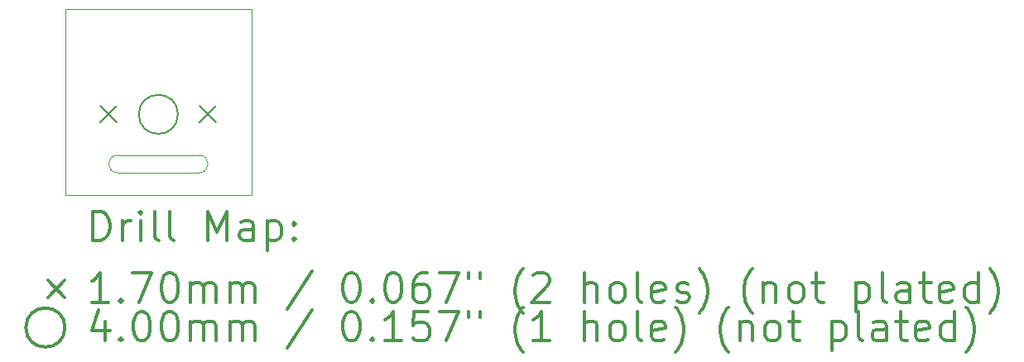
<source format=gbr>
%FSLAX45Y45*%
G04 Gerber Fmt 4.5, Leading zero omitted, Abs format (unit mm)*
G04 Created by KiCad (PCBNEW (5.1.9)-1) date 2021-09-16 08:42:30*
%MOMM*%
%LPD*%
G01*
G04 APERTURE LIST*
%TA.AperFunction,Profile*%
%ADD10C,0.050000*%
%TD*%
%ADD11C,0.200000*%
%ADD12C,0.300000*%
G04 APERTURE END LIST*
D10*
X27470100Y-12230100D02*
G75*
G02*
X27470100Y-12407900I0J-88900D01*
G01*
X26631900Y-12407900D02*
G75*
G02*
X26631900Y-12230100I0J88900D01*
G01*
X27470100Y-12407900D02*
X26631900Y-12407900D01*
X27470100Y-12230100D02*
X26631900Y-12230100D01*
X28003500Y-12636500D02*
X26098500Y-12636500D01*
X28003500Y-10731500D02*
X26098500Y-10731500D01*
X28003500Y-10731500D02*
X28003500Y-12636500D01*
X26098500Y-10731500D02*
X26098500Y-12636500D01*
D11*
X26458000Y-11726000D02*
X26628000Y-11896000D01*
X26628000Y-11726000D02*
X26458000Y-11896000D01*
X27474000Y-11726000D02*
X27644000Y-11896000D01*
X27644000Y-11726000D02*
X27474000Y-11896000D01*
X27251000Y-11811000D02*
G75*
G03*
X27251000Y-11811000I-200000J0D01*
G01*
D12*
X26382428Y-13104714D02*
X26382428Y-12804714D01*
X26453857Y-12804714D01*
X26496714Y-12819000D01*
X26525286Y-12847571D01*
X26539571Y-12876143D01*
X26553857Y-12933286D01*
X26553857Y-12976143D01*
X26539571Y-13033286D01*
X26525286Y-13061857D01*
X26496714Y-13090429D01*
X26453857Y-13104714D01*
X26382428Y-13104714D01*
X26682428Y-13104714D02*
X26682428Y-12904714D01*
X26682428Y-12961857D02*
X26696714Y-12933286D01*
X26711000Y-12919000D01*
X26739571Y-12904714D01*
X26768143Y-12904714D01*
X26868143Y-13104714D02*
X26868143Y-12904714D01*
X26868143Y-12804714D02*
X26853857Y-12819000D01*
X26868143Y-12833286D01*
X26882428Y-12819000D01*
X26868143Y-12804714D01*
X26868143Y-12833286D01*
X27053857Y-13104714D02*
X27025286Y-13090429D01*
X27011000Y-13061857D01*
X27011000Y-12804714D01*
X27211000Y-13104714D02*
X27182428Y-13090429D01*
X27168143Y-13061857D01*
X27168143Y-12804714D01*
X27553857Y-13104714D02*
X27553857Y-12804714D01*
X27653857Y-13019000D01*
X27753857Y-12804714D01*
X27753857Y-13104714D01*
X28025286Y-13104714D02*
X28025286Y-12947571D01*
X28011000Y-12919000D01*
X27982428Y-12904714D01*
X27925286Y-12904714D01*
X27896714Y-12919000D01*
X28025286Y-13090429D02*
X27996714Y-13104714D01*
X27925286Y-13104714D01*
X27896714Y-13090429D01*
X27882428Y-13061857D01*
X27882428Y-13033286D01*
X27896714Y-13004714D01*
X27925286Y-12990429D01*
X27996714Y-12990429D01*
X28025286Y-12976143D01*
X28168143Y-12904714D02*
X28168143Y-13204714D01*
X28168143Y-12919000D02*
X28196714Y-12904714D01*
X28253857Y-12904714D01*
X28282428Y-12919000D01*
X28296714Y-12933286D01*
X28311000Y-12961857D01*
X28311000Y-13047571D01*
X28296714Y-13076143D01*
X28282428Y-13090429D01*
X28253857Y-13104714D01*
X28196714Y-13104714D01*
X28168143Y-13090429D01*
X28439571Y-13076143D02*
X28453857Y-13090429D01*
X28439571Y-13104714D01*
X28425286Y-13090429D01*
X28439571Y-13076143D01*
X28439571Y-13104714D01*
X28439571Y-12919000D02*
X28453857Y-12933286D01*
X28439571Y-12947571D01*
X28425286Y-12933286D01*
X28439571Y-12919000D01*
X28439571Y-12947571D01*
X25926000Y-13514000D02*
X26096000Y-13684000D01*
X26096000Y-13514000D02*
X25926000Y-13684000D01*
X26539571Y-13734714D02*
X26368143Y-13734714D01*
X26453857Y-13734714D02*
X26453857Y-13434714D01*
X26425286Y-13477571D01*
X26396714Y-13506143D01*
X26368143Y-13520429D01*
X26668143Y-13706143D02*
X26682428Y-13720429D01*
X26668143Y-13734714D01*
X26653857Y-13720429D01*
X26668143Y-13706143D01*
X26668143Y-13734714D01*
X26782428Y-13434714D02*
X26982428Y-13434714D01*
X26853857Y-13734714D01*
X27153857Y-13434714D02*
X27182428Y-13434714D01*
X27211000Y-13449000D01*
X27225286Y-13463286D01*
X27239571Y-13491857D01*
X27253857Y-13549000D01*
X27253857Y-13620429D01*
X27239571Y-13677571D01*
X27225286Y-13706143D01*
X27211000Y-13720429D01*
X27182428Y-13734714D01*
X27153857Y-13734714D01*
X27125286Y-13720429D01*
X27111000Y-13706143D01*
X27096714Y-13677571D01*
X27082428Y-13620429D01*
X27082428Y-13549000D01*
X27096714Y-13491857D01*
X27111000Y-13463286D01*
X27125286Y-13449000D01*
X27153857Y-13434714D01*
X27382428Y-13734714D02*
X27382428Y-13534714D01*
X27382428Y-13563286D02*
X27396714Y-13549000D01*
X27425286Y-13534714D01*
X27468143Y-13534714D01*
X27496714Y-13549000D01*
X27511000Y-13577571D01*
X27511000Y-13734714D01*
X27511000Y-13577571D02*
X27525286Y-13549000D01*
X27553857Y-13534714D01*
X27596714Y-13534714D01*
X27625286Y-13549000D01*
X27639571Y-13577571D01*
X27639571Y-13734714D01*
X27782428Y-13734714D02*
X27782428Y-13534714D01*
X27782428Y-13563286D02*
X27796714Y-13549000D01*
X27825286Y-13534714D01*
X27868143Y-13534714D01*
X27896714Y-13549000D01*
X27911000Y-13577571D01*
X27911000Y-13734714D01*
X27911000Y-13577571D02*
X27925286Y-13549000D01*
X27953857Y-13534714D01*
X27996714Y-13534714D01*
X28025286Y-13549000D01*
X28039571Y-13577571D01*
X28039571Y-13734714D01*
X28625286Y-13420429D02*
X28368143Y-13806143D01*
X29011000Y-13434714D02*
X29039571Y-13434714D01*
X29068143Y-13449000D01*
X29082428Y-13463286D01*
X29096714Y-13491857D01*
X29111000Y-13549000D01*
X29111000Y-13620429D01*
X29096714Y-13677571D01*
X29082428Y-13706143D01*
X29068143Y-13720429D01*
X29039571Y-13734714D01*
X29011000Y-13734714D01*
X28982428Y-13720429D01*
X28968143Y-13706143D01*
X28953857Y-13677571D01*
X28939571Y-13620429D01*
X28939571Y-13549000D01*
X28953857Y-13491857D01*
X28968143Y-13463286D01*
X28982428Y-13449000D01*
X29011000Y-13434714D01*
X29239571Y-13706143D02*
X29253857Y-13720429D01*
X29239571Y-13734714D01*
X29225286Y-13720429D01*
X29239571Y-13706143D01*
X29239571Y-13734714D01*
X29439571Y-13434714D02*
X29468143Y-13434714D01*
X29496714Y-13449000D01*
X29511000Y-13463286D01*
X29525286Y-13491857D01*
X29539571Y-13549000D01*
X29539571Y-13620429D01*
X29525286Y-13677571D01*
X29511000Y-13706143D01*
X29496714Y-13720429D01*
X29468143Y-13734714D01*
X29439571Y-13734714D01*
X29411000Y-13720429D01*
X29396714Y-13706143D01*
X29382428Y-13677571D01*
X29368143Y-13620429D01*
X29368143Y-13549000D01*
X29382428Y-13491857D01*
X29396714Y-13463286D01*
X29411000Y-13449000D01*
X29439571Y-13434714D01*
X29796714Y-13434714D02*
X29739571Y-13434714D01*
X29711000Y-13449000D01*
X29696714Y-13463286D01*
X29668143Y-13506143D01*
X29653857Y-13563286D01*
X29653857Y-13677571D01*
X29668143Y-13706143D01*
X29682428Y-13720429D01*
X29711000Y-13734714D01*
X29768143Y-13734714D01*
X29796714Y-13720429D01*
X29811000Y-13706143D01*
X29825286Y-13677571D01*
X29825286Y-13606143D01*
X29811000Y-13577571D01*
X29796714Y-13563286D01*
X29768143Y-13549000D01*
X29711000Y-13549000D01*
X29682428Y-13563286D01*
X29668143Y-13577571D01*
X29653857Y-13606143D01*
X29925286Y-13434714D02*
X30125286Y-13434714D01*
X29996714Y-13734714D01*
X30225286Y-13434714D02*
X30225286Y-13491857D01*
X30339571Y-13434714D02*
X30339571Y-13491857D01*
X30782428Y-13849000D02*
X30768143Y-13834714D01*
X30739571Y-13791857D01*
X30725286Y-13763286D01*
X30711000Y-13720429D01*
X30696714Y-13649000D01*
X30696714Y-13591857D01*
X30711000Y-13520429D01*
X30725286Y-13477571D01*
X30739571Y-13449000D01*
X30768143Y-13406143D01*
X30782428Y-13391857D01*
X30882428Y-13463286D02*
X30896714Y-13449000D01*
X30925286Y-13434714D01*
X30996714Y-13434714D01*
X31025286Y-13449000D01*
X31039571Y-13463286D01*
X31053857Y-13491857D01*
X31053857Y-13520429D01*
X31039571Y-13563286D01*
X30868143Y-13734714D01*
X31053857Y-13734714D01*
X31411000Y-13734714D02*
X31411000Y-13434714D01*
X31539571Y-13734714D02*
X31539571Y-13577571D01*
X31525286Y-13549000D01*
X31496714Y-13534714D01*
X31453857Y-13534714D01*
X31425286Y-13549000D01*
X31411000Y-13563286D01*
X31725286Y-13734714D02*
X31696714Y-13720429D01*
X31682428Y-13706143D01*
X31668143Y-13677571D01*
X31668143Y-13591857D01*
X31682428Y-13563286D01*
X31696714Y-13549000D01*
X31725286Y-13534714D01*
X31768143Y-13534714D01*
X31796714Y-13549000D01*
X31811000Y-13563286D01*
X31825286Y-13591857D01*
X31825286Y-13677571D01*
X31811000Y-13706143D01*
X31796714Y-13720429D01*
X31768143Y-13734714D01*
X31725286Y-13734714D01*
X31996714Y-13734714D02*
X31968143Y-13720429D01*
X31953857Y-13691857D01*
X31953857Y-13434714D01*
X32225286Y-13720429D02*
X32196714Y-13734714D01*
X32139571Y-13734714D01*
X32111000Y-13720429D01*
X32096714Y-13691857D01*
X32096714Y-13577571D01*
X32111000Y-13549000D01*
X32139571Y-13534714D01*
X32196714Y-13534714D01*
X32225286Y-13549000D01*
X32239571Y-13577571D01*
X32239571Y-13606143D01*
X32096714Y-13634714D01*
X32353857Y-13720429D02*
X32382428Y-13734714D01*
X32439571Y-13734714D01*
X32468143Y-13720429D01*
X32482428Y-13691857D01*
X32482428Y-13677571D01*
X32468143Y-13649000D01*
X32439571Y-13634714D01*
X32396714Y-13634714D01*
X32368143Y-13620429D01*
X32353857Y-13591857D01*
X32353857Y-13577571D01*
X32368143Y-13549000D01*
X32396714Y-13534714D01*
X32439571Y-13534714D01*
X32468143Y-13549000D01*
X32582428Y-13849000D02*
X32596714Y-13834714D01*
X32625286Y-13791857D01*
X32639571Y-13763286D01*
X32653857Y-13720429D01*
X32668143Y-13649000D01*
X32668143Y-13591857D01*
X32653857Y-13520429D01*
X32639571Y-13477571D01*
X32625286Y-13449000D01*
X32596714Y-13406143D01*
X32582428Y-13391857D01*
X33125286Y-13849000D02*
X33111000Y-13834714D01*
X33082428Y-13791857D01*
X33068143Y-13763286D01*
X33053857Y-13720429D01*
X33039571Y-13649000D01*
X33039571Y-13591857D01*
X33053857Y-13520429D01*
X33068143Y-13477571D01*
X33082428Y-13449000D01*
X33111000Y-13406143D01*
X33125286Y-13391857D01*
X33239571Y-13534714D02*
X33239571Y-13734714D01*
X33239571Y-13563286D02*
X33253857Y-13549000D01*
X33282428Y-13534714D01*
X33325286Y-13534714D01*
X33353857Y-13549000D01*
X33368143Y-13577571D01*
X33368143Y-13734714D01*
X33553857Y-13734714D02*
X33525286Y-13720429D01*
X33511000Y-13706143D01*
X33496714Y-13677571D01*
X33496714Y-13591857D01*
X33511000Y-13563286D01*
X33525286Y-13549000D01*
X33553857Y-13534714D01*
X33596714Y-13534714D01*
X33625286Y-13549000D01*
X33639571Y-13563286D01*
X33653857Y-13591857D01*
X33653857Y-13677571D01*
X33639571Y-13706143D01*
X33625286Y-13720429D01*
X33596714Y-13734714D01*
X33553857Y-13734714D01*
X33739571Y-13534714D02*
X33853857Y-13534714D01*
X33782428Y-13434714D02*
X33782428Y-13691857D01*
X33796714Y-13720429D01*
X33825286Y-13734714D01*
X33853857Y-13734714D01*
X34182428Y-13534714D02*
X34182428Y-13834714D01*
X34182428Y-13549000D02*
X34211000Y-13534714D01*
X34268143Y-13534714D01*
X34296714Y-13549000D01*
X34311000Y-13563286D01*
X34325286Y-13591857D01*
X34325286Y-13677571D01*
X34311000Y-13706143D01*
X34296714Y-13720429D01*
X34268143Y-13734714D01*
X34211000Y-13734714D01*
X34182428Y-13720429D01*
X34496714Y-13734714D02*
X34468143Y-13720429D01*
X34453857Y-13691857D01*
X34453857Y-13434714D01*
X34739571Y-13734714D02*
X34739571Y-13577571D01*
X34725286Y-13549000D01*
X34696714Y-13534714D01*
X34639571Y-13534714D01*
X34611000Y-13549000D01*
X34739571Y-13720429D02*
X34711000Y-13734714D01*
X34639571Y-13734714D01*
X34611000Y-13720429D01*
X34596714Y-13691857D01*
X34596714Y-13663286D01*
X34611000Y-13634714D01*
X34639571Y-13620429D01*
X34711000Y-13620429D01*
X34739571Y-13606143D01*
X34839571Y-13534714D02*
X34953857Y-13534714D01*
X34882428Y-13434714D02*
X34882428Y-13691857D01*
X34896714Y-13720429D01*
X34925286Y-13734714D01*
X34953857Y-13734714D01*
X35168143Y-13720429D02*
X35139571Y-13734714D01*
X35082428Y-13734714D01*
X35053857Y-13720429D01*
X35039571Y-13691857D01*
X35039571Y-13577571D01*
X35053857Y-13549000D01*
X35082428Y-13534714D01*
X35139571Y-13534714D01*
X35168143Y-13549000D01*
X35182428Y-13577571D01*
X35182428Y-13606143D01*
X35039571Y-13634714D01*
X35439571Y-13734714D02*
X35439571Y-13434714D01*
X35439571Y-13720429D02*
X35411000Y-13734714D01*
X35353857Y-13734714D01*
X35325286Y-13720429D01*
X35311000Y-13706143D01*
X35296714Y-13677571D01*
X35296714Y-13591857D01*
X35311000Y-13563286D01*
X35325286Y-13549000D01*
X35353857Y-13534714D01*
X35411000Y-13534714D01*
X35439571Y-13549000D01*
X35553857Y-13849000D02*
X35568143Y-13834714D01*
X35596714Y-13791857D01*
X35611000Y-13763286D01*
X35625286Y-13720429D01*
X35639571Y-13649000D01*
X35639571Y-13591857D01*
X35625286Y-13520429D01*
X35611000Y-13477571D01*
X35596714Y-13449000D01*
X35568143Y-13406143D01*
X35553857Y-13391857D01*
X26096000Y-13995000D02*
G75*
G03*
X26096000Y-13995000I-200000J0D01*
G01*
X26511000Y-13930714D02*
X26511000Y-14130714D01*
X26439571Y-13816429D02*
X26368143Y-14030714D01*
X26553857Y-14030714D01*
X26668143Y-14102143D02*
X26682428Y-14116429D01*
X26668143Y-14130714D01*
X26653857Y-14116429D01*
X26668143Y-14102143D01*
X26668143Y-14130714D01*
X26868143Y-13830714D02*
X26896714Y-13830714D01*
X26925286Y-13845000D01*
X26939571Y-13859286D01*
X26953857Y-13887857D01*
X26968143Y-13945000D01*
X26968143Y-14016429D01*
X26953857Y-14073571D01*
X26939571Y-14102143D01*
X26925286Y-14116429D01*
X26896714Y-14130714D01*
X26868143Y-14130714D01*
X26839571Y-14116429D01*
X26825286Y-14102143D01*
X26811000Y-14073571D01*
X26796714Y-14016429D01*
X26796714Y-13945000D01*
X26811000Y-13887857D01*
X26825286Y-13859286D01*
X26839571Y-13845000D01*
X26868143Y-13830714D01*
X27153857Y-13830714D02*
X27182428Y-13830714D01*
X27211000Y-13845000D01*
X27225286Y-13859286D01*
X27239571Y-13887857D01*
X27253857Y-13945000D01*
X27253857Y-14016429D01*
X27239571Y-14073571D01*
X27225286Y-14102143D01*
X27211000Y-14116429D01*
X27182428Y-14130714D01*
X27153857Y-14130714D01*
X27125286Y-14116429D01*
X27111000Y-14102143D01*
X27096714Y-14073571D01*
X27082428Y-14016429D01*
X27082428Y-13945000D01*
X27096714Y-13887857D01*
X27111000Y-13859286D01*
X27125286Y-13845000D01*
X27153857Y-13830714D01*
X27382428Y-14130714D02*
X27382428Y-13930714D01*
X27382428Y-13959286D02*
X27396714Y-13945000D01*
X27425286Y-13930714D01*
X27468143Y-13930714D01*
X27496714Y-13945000D01*
X27511000Y-13973571D01*
X27511000Y-14130714D01*
X27511000Y-13973571D02*
X27525286Y-13945000D01*
X27553857Y-13930714D01*
X27596714Y-13930714D01*
X27625286Y-13945000D01*
X27639571Y-13973571D01*
X27639571Y-14130714D01*
X27782428Y-14130714D02*
X27782428Y-13930714D01*
X27782428Y-13959286D02*
X27796714Y-13945000D01*
X27825286Y-13930714D01*
X27868143Y-13930714D01*
X27896714Y-13945000D01*
X27911000Y-13973571D01*
X27911000Y-14130714D01*
X27911000Y-13973571D02*
X27925286Y-13945000D01*
X27953857Y-13930714D01*
X27996714Y-13930714D01*
X28025286Y-13945000D01*
X28039571Y-13973571D01*
X28039571Y-14130714D01*
X28625286Y-13816429D02*
X28368143Y-14202143D01*
X29011000Y-13830714D02*
X29039571Y-13830714D01*
X29068143Y-13845000D01*
X29082428Y-13859286D01*
X29096714Y-13887857D01*
X29111000Y-13945000D01*
X29111000Y-14016429D01*
X29096714Y-14073571D01*
X29082428Y-14102143D01*
X29068143Y-14116429D01*
X29039571Y-14130714D01*
X29011000Y-14130714D01*
X28982428Y-14116429D01*
X28968143Y-14102143D01*
X28953857Y-14073571D01*
X28939571Y-14016429D01*
X28939571Y-13945000D01*
X28953857Y-13887857D01*
X28968143Y-13859286D01*
X28982428Y-13845000D01*
X29011000Y-13830714D01*
X29239571Y-14102143D02*
X29253857Y-14116429D01*
X29239571Y-14130714D01*
X29225286Y-14116429D01*
X29239571Y-14102143D01*
X29239571Y-14130714D01*
X29539571Y-14130714D02*
X29368143Y-14130714D01*
X29453857Y-14130714D02*
X29453857Y-13830714D01*
X29425286Y-13873571D01*
X29396714Y-13902143D01*
X29368143Y-13916429D01*
X29811000Y-13830714D02*
X29668143Y-13830714D01*
X29653857Y-13973571D01*
X29668143Y-13959286D01*
X29696714Y-13945000D01*
X29768143Y-13945000D01*
X29796714Y-13959286D01*
X29811000Y-13973571D01*
X29825286Y-14002143D01*
X29825286Y-14073571D01*
X29811000Y-14102143D01*
X29796714Y-14116429D01*
X29768143Y-14130714D01*
X29696714Y-14130714D01*
X29668143Y-14116429D01*
X29653857Y-14102143D01*
X29925286Y-13830714D02*
X30125286Y-13830714D01*
X29996714Y-14130714D01*
X30225286Y-13830714D02*
X30225286Y-13887857D01*
X30339571Y-13830714D02*
X30339571Y-13887857D01*
X30782428Y-14245000D02*
X30768143Y-14230714D01*
X30739571Y-14187857D01*
X30725286Y-14159286D01*
X30711000Y-14116429D01*
X30696714Y-14045000D01*
X30696714Y-13987857D01*
X30711000Y-13916429D01*
X30725286Y-13873571D01*
X30739571Y-13845000D01*
X30768143Y-13802143D01*
X30782428Y-13787857D01*
X31053857Y-14130714D02*
X30882428Y-14130714D01*
X30968143Y-14130714D02*
X30968143Y-13830714D01*
X30939571Y-13873571D01*
X30911000Y-13902143D01*
X30882428Y-13916429D01*
X31411000Y-14130714D02*
X31411000Y-13830714D01*
X31539571Y-14130714D02*
X31539571Y-13973571D01*
X31525286Y-13945000D01*
X31496714Y-13930714D01*
X31453857Y-13930714D01*
X31425286Y-13945000D01*
X31411000Y-13959286D01*
X31725286Y-14130714D02*
X31696714Y-14116429D01*
X31682428Y-14102143D01*
X31668143Y-14073571D01*
X31668143Y-13987857D01*
X31682428Y-13959286D01*
X31696714Y-13945000D01*
X31725286Y-13930714D01*
X31768143Y-13930714D01*
X31796714Y-13945000D01*
X31811000Y-13959286D01*
X31825286Y-13987857D01*
X31825286Y-14073571D01*
X31811000Y-14102143D01*
X31796714Y-14116429D01*
X31768143Y-14130714D01*
X31725286Y-14130714D01*
X31996714Y-14130714D02*
X31968143Y-14116429D01*
X31953857Y-14087857D01*
X31953857Y-13830714D01*
X32225286Y-14116429D02*
X32196714Y-14130714D01*
X32139571Y-14130714D01*
X32111000Y-14116429D01*
X32096714Y-14087857D01*
X32096714Y-13973571D01*
X32111000Y-13945000D01*
X32139571Y-13930714D01*
X32196714Y-13930714D01*
X32225286Y-13945000D01*
X32239571Y-13973571D01*
X32239571Y-14002143D01*
X32096714Y-14030714D01*
X32339571Y-14245000D02*
X32353857Y-14230714D01*
X32382428Y-14187857D01*
X32396714Y-14159286D01*
X32411000Y-14116429D01*
X32425286Y-14045000D01*
X32425286Y-13987857D01*
X32411000Y-13916429D01*
X32396714Y-13873571D01*
X32382428Y-13845000D01*
X32353857Y-13802143D01*
X32339571Y-13787857D01*
X32882428Y-14245000D02*
X32868143Y-14230714D01*
X32839571Y-14187857D01*
X32825286Y-14159286D01*
X32811000Y-14116429D01*
X32796714Y-14045000D01*
X32796714Y-13987857D01*
X32811000Y-13916429D01*
X32825286Y-13873571D01*
X32839571Y-13845000D01*
X32868143Y-13802143D01*
X32882428Y-13787857D01*
X32996714Y-13930714D02*
X32996714Y-14130714D01*
X32996714Y-13959286D02*
X33011000Y-13945000D01*
X33039571Y-13930714D01*
X33082428Y-13930714D01*
X33111000Y-13945000D01*
X33125286Y-13973571D01*
X33125286Y-14130714D01*
X33311000Y-14130714D02*
X33282428Y-14116429D01*
X33268143Y-14102143D01*
X33253857Y-14073571D01*
X33253857Y-13987857D01*
X33268143Y-13959286D01*
X33282428Y-13945000D01*
X33311000Y-13930714D01*
X33353857Y-13930714D01*
X33382428Y-13945000D01*
X33396714Y-13959286D01*
X33411000Y-13987857D01*
X33411000Y-14073571D01*
X33396714Y-14102143D01*
X33382428Y-14116429D01*
X33353857Y-14130714D01*
X33311000Y-14130714D01*
X33496714Y-13930714D02*
X33611000Y-13930714D01*
X33539571Y-13830714D02*
X33539571Y-14087857D01*
X33553857Y-14116429D01*
X33582428Y-14130714D01*
X33611000Y-14130714D01*
X33939571Y-13930714D02*
X33939571Y-14230714D01*
X33939571Y-13945000D02*
X33968143Y-13930714D01*
X34025286Y-13930714D01*
X34053857Y-13945000D01*
X34068143Y-13959286D01*
X34082428Y-13987857D01*
X34082428Y-14073571D01*
X34068143Y-14102143D01*
X34053857Y-14116429D01*
X34025286Y-14130714D01*
X33968143Y-14130714D01*
X33939571Y-14116429D01*
X34253857Y-14130714D02*
X34225286Y-14116429D01*
X34211000Y-14087857D01*
X34211000Y-13830714D01*
X34496714Y-14130714D02*
X34496714Y-13973571D01*
X34482428Y-13945000D01*
X34453857Y-13930714D01*
X34396714Y-13930714D01*
X34368143Y-13945000D01*
X34496714Y-14116429D02*
X34468143Y-14130714D01*
X34396714Y-14130714D01*
X34368143Y-14116429D01*
X34353857Y-14087857D01*
X34353857Y-14059286D01*
X34368143Y-14030714D01*
X34396714Y-14016429D01*
X34468143Y-14016429D01*
X34496714Y-14002143D01*
X34596714Y-13930714D02*
X34711000Y-13930714D01*
X34639571Y-13830714D02*
X34639571Y-14087857D01*
X34653857Y-14116429D01*
X34682428Y-14130714D01*
X34711000Y-14130714D01*
X34925286Y-14116429D02*
X34896714Y-14130714D01*
X34839571Y-14130714D01*
X34811000Y-14116429D01*
X34796714Y-14087857D01*
X34796714Y-13973571D01*
X34811000Y-13945000D01*
X34839571Y-13930714D01*
X34896714Y-13930714D01*
X34925286Y-13945000D01*
X34939571Y-13973571D01*
X34939571Y-14002143D01*
X34796714Y-14030714D01*
X35196714Y-14130714D02*
X35196714Y-13830714D01*
X35196714Y-14116429D02*
X35168143Y-14130714D01*
X35111000Y-14130714D01*
X35082428Y-14116429D01*
X35068143Y-14102143D01*
X35053857Y-14073571D01*
X35053857Y-13987857D01*
X35068143Y-13959286D01*
X35082428Y-13945000D01*
X35111000Y-13930714D01*
X35168143Y-13930714D01*
X35196714Y-13945000D01*
X35311000Y-14245000D02*
X35325286Y-14230714D01*
X35353857Y-14187857D01*
X35368143Y-14159286D01*
X35382428Y-14116429D01*
X35396714Y-14045000D01*
X35396714Y-13987857D01*
X35382428Y-13916429D01*
X35368143Y-13873571D01*
X35353857Y-13845000D01*
X35325286Y-13802143D01*
X35311000Y-13787857D01*
M02*

</source>
